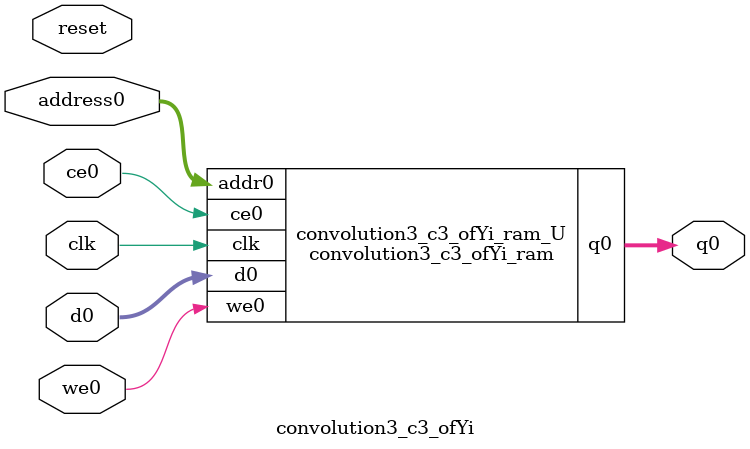
<source format=v>

`timescale 1 ns / 1 ps
module convolution3_c3_ofYi_ram (addr0, ce0, d0, we0, q0,  clk);

parameter DWIDTH = 32;
parameter AWIDTH = 8;
parameter MEM_SIZE = 160;

input[AWIDTH-1:0] addr0;
input ce0;
input[DWIDTH-1:0] d0;
input we0;
output reg[DWIDTH-1:0] q0;
input clk;

(* ram_style = "block" *)reg [DWIDTH-1:0] ram[0:MEM_SIZE-1];




always @(posedge clk)  
begin 
    if (ce0) 
    begin
        if (we0) 
        begin 
            ram[addr0] <= d0; 
            q0 <= d0;
        end 
        else 
            q0 <= ram[addr0];
    end
end


endmodule


`timescale 1 ns / 1 ps
module convolution3_c3_ofYi(
    reset,
    clk,
    address0,
    ce0,
    we0,
    d0,
    q0);

parameter DataWidth = 32'd32;
parameter AddressRange = 32'd160;
parameter AddressWidth = 32'd8;
input reset;
input clk;
input[AddressWidth - 1:0] address0;
input ce0;
input we0;
input[DataWidth - 1:0] d0;
output[DataWidth - 1:0] q0;



convolution3_c3_ofYi_ram convolution3_c3_ofYi_ram_U(
    .clk( clk ),
    .addr0( address0 ),
    .ce0( ce0 ),
    .d0( d0 ),
    .we0( we0 ),
    .q0( q0 ));

endmodule


</source>
